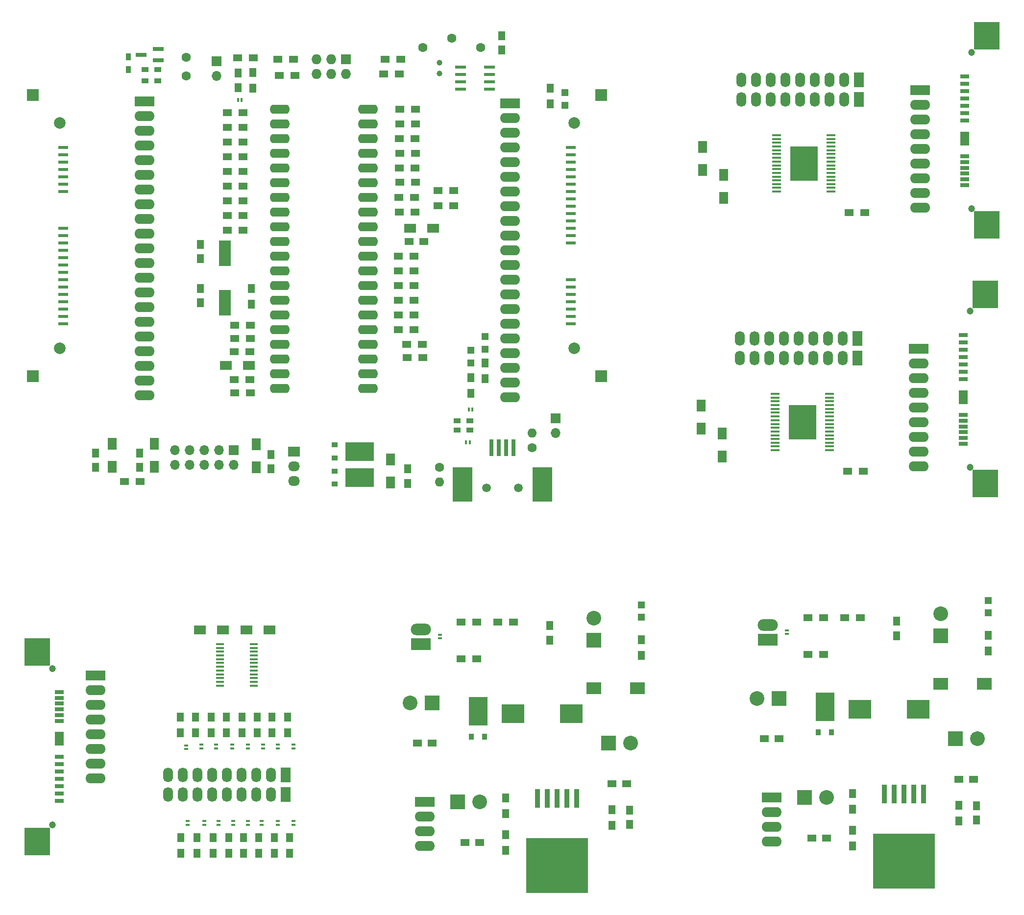
<source format=gbr>
G04 #@! TF.FileFunction,Soldermask,Top*
%FSLAX46Y46*%
G04 Gerber Fmt 4.6, Leading zero omitted, Abs format (unit mm)*
G04 Created by KiCad (PCBNEW 4.0.6-e0-6349~53~ubuntu14.04.1) date Mon Feb  5 09:09:58 2018*
%MOMM*%
%LPD*%
G01*
G04 APERTURE LIST*
%ADD10C,0.100000*%
%ADD11R,1.200000X1.200000*%
%ADD12C,1.600000*%
%ADD13O,1.600000X1.600000*%
%ADD14R,1.250000X1.500000*%
%ADD15R,3.500000X1.727200*%
%ADD16O,3.500000X1.727200*%
%ADD17R,1.200000X0.900000*%
%ADD18R,2.000000X1.600000*%
%ADD19R,1.500000X1.250000*%
%ADD20R,1.600000X2.000000*%
%ADD21R,1.700000X1.700000*%
%ADD22O,1.700000X1.700000*%
%ADD23R,1.500000X1.300000*%
%ADD24R,1.300000X1.500000*%
%ADD25C,1.000000*%
%ADD26C,1.600200*%
%ADD27R,1.727200X1.727200*%
%ADD28O,1.727200X1.727200*%
%ADD29O,3.500000X1.600000*%
%ADD30R,0.325000X0.650000*%
%ADD31R,1.700000X0.600000*%
%ADD32C,2.000000*%
%ADD33R,2.000000X2.000000*%
%ADD34R,1.970000X0.600000*%
%ADD35R,2.032000X1.727200*%
%ADD36O,2.032000X1.727200*%
%ADD37R,1.000000X0.950000*%
%ADD38R,4.900000X3.200000*%
%ADD39R,0.900000X1.200000*%
%ADD40R,0.700000X3.000000*%
%ADD41R,3.400000X6.040000*%
%ADD42C,1.500000*%
%ADD43R,1.900000X0.800000*%
%ADD44R,2.000000X4.500000*%
%ADD45R,1.500000X2.400000*%
%ADD46R,1.500000X0.700000*%
%ADD47C,1.200000*%
%ADD48R,4.500000X4.850000*%
%ADD49R,1.600200X0.431800*%
%ADD50R,4.800600X5.892800*%
%ADD51R,3.500000X1.725000*%
%ADD52O,3.500000X1.725000*%
%ADD53R,1.725000X2.540000*%
%ADD54O,1.725000X2.540000*%
%ADD55R,1.473200X0.355600*%
%ADD56R,0.650000X0.325000*%
%ADD57R,3.500000X2.032000*%
%ADD58O,3.500000X2.032000*%
%ADD59R,0.950000X1.000000*%
%ADD60R,3.200000X4.900000*%
%ADD61R,2.540000X2.540000*%
%ADD62C,2.540000*%
%ADD63R,1.198880X1.198880*%
%ADD64R,2.540000X2.000000*%
%ADD65R,0.900000X3.300000*%
%ADD66R,10.700000X9.600000*%
%ADD67R,5.000000X3.000000*%
%ADD68R,4.000000X3.330000*%
G04 APERTURE END LIST*
D10*
D11*
X102489000Y-79078000D03*
X102489000Y-76878000D03*
D12*
X94640400Y-99517200D03*
D13*
X94640400Y-102057200D03*
D14*
X35179000Y-97048000D03*
X35179000Y-99548000D03*
D15*
X43662600Y-36233100D03*
D16*
X43662600Y-38773100D03*
X43662600Y-41313100D03*
X43662600Y-43853100D03*
X43662600Y-46393100D03*
X43662600Y-48933100D03*
X43662600Y-51473100D03*
X43662600Y-54013100D03*
X43662600Y-56553100D03*
X43662600Y-59093100D03*
X43662600Y-61633100D03*
X43662600Y-64173100D03*
X43662600Y-66713100D03*
X43662600Y-69253100D03*
X43662600Y-71793100D03*
X43662600Y-74333100D03*
X43662600Y-76873100D03*
X43662600Y-79413100D03*
X43662600Y-81953100D03*
X43662600Y-84493100D03*
X43662600Y-87033100D03*
D17*
X97706000Y-91503500D03*
X99906000Y-91503500D03*
D18*
X89567000Y-58166000D03*
X93567000Y-58166000D03*
D19*
X89428000Y-60452000D03*
X91928000Y-60452000D03*
D14*
X89103200Y-99791200D03*
X89103200Y-102291200D03*
X59817000Y-31389000D03*
X59817000Y-33889000D03*
D18*
X57690000Y-81889600D03*
X61690000Y-81889600D03*
D20*
X45339000Y-95409000D03*
X45339000Y-99409000D03*
D14*
X42799000Y-97048000D03*
X42799000Y-99548000D03*
D20*
X38100000Y-95409000D03*
X38100000Y-99409000D03*
X62992000Y-95536000D03*
X62992000Y-99536000D03*
D14*
X65532000Y-97302000D03*
X65532000Y-99802000D03*
X105410000Y-27386600D03*
X105410000Y-24886600D03*
D21*
X56134000Y-29337000D03*
D22*
X56134000Y-31877000D03*
D21*
X114681000Y-91059000D03*
D22*
X114681000Y-93599000D03*
D17*
X97706000Y-93091000D03*
X99906000Y-93091000D03*
D23*
X87964000Y-28956000D03*
X85264000Y-28956000D03*
X62437000Y-28702000D03*
X59737000Y-28702000D03*
D24*
X62357000Y-33989000D03*
X62357000Y-31289000D03*
D23*
X66976000Y-31750000D03*
X69676000Y-31750000D03*
X87710000Y-31496000D03*
X85010000Y-31496000D03*
X66722000Y-28956000D03*
X69422000Y-28956000D03*
D24*
X62103000Y-68627000D03*
X62103000Y-71327000D03*
D25*
X94615000Y-29540200D03*
X94615000Y-31440200D03*
D12*
X110617000Y-96139000D03*
D13*
X110617000Y-93599000D03*
D14*
X53340000Y-60980000D03*
X53340000Y-63480000D03*
X53340000Y-71100000D03*
X53340000Y-68600000D03*
D11*
X116332000Y-36914000D03*
X116332000Y-34714000D03*
D24*
X113792000Y-33956000D03*
X113792000Y-36656000D03*
X102489000Y-84154000D03*
X102489000Y-81454000D03*
D26*
X50825400Y-31826200D03*
X50825400Y-28651200D03*
D27*
X78486000Y-28956000D03*
D28*
X78486000Y-31496000D03*
X75946000Y-28956000D03*
X75946000Y-31496000D03*
X73406000Y-28956000D03*
X73406000Y-31496000D03*
D23*
X40179000Y-101981000D03*
X42879000Y-101981000D03*
D29*
X67056000Y-37592000D03*
X67056000Y-40132000D03*
X67056000Y-42672000D03*
X67056000Y-45212000D03*
X67056000Y-47752000D03*
X67056000Y-50292000D03*
X67056000Y-52832000D03*
X67056000Y-55372000D03*
X67056000Y-57912000D03*
X67056000Y-60452000D03*
X67056000Y-62992000D03*
X67056000Y-65532000D03*
X67056000Y-68072000D03*
X67056000Y-70612000D03*
X67056000Y-73152000D03*
X67056000Y-75692000D03*
X67056000Y-78232000D03*
X67056000Y-80772000D03*
X67056000Y-83312000D03*
X67056000Y-85852000D03*
X82296000Y-85852000D03*
X82296000Y-83312000D03*
X82296000Y-80772000D03*
X82296000Y-78232000D03*
X82296000Y-75692000D03*
X82296000Y-73152000D03*
X82296000Y-70612000D03*
X82296000Y-68072000D03*
X82296000Y-65532000D03*
X82296000Y-62992000D03*
X82296000Y-60452000D03*
X82296000Y-57912000D03*
X82296000Y-55372000D03*
X82296000Y-52832000D03*
X82296000Y-50292000D03*
X82296000Y-47752000D03*
X82296000Y-45212000D03*
X82296000Y-42672000D03*
X82296000Y-40132000D03*
X82296000Y-37592000D03*
D30*
X99893000Y-95186500D03*
X99243000Y-95186500D03*
X99687500Y-89535000D03*
X100337500Y-89535000D03*
X60472200Y-36017200D03*
X59822200Y-36017200D03*
D31*
X117348000Y-74676000D03*
X117348000Y-73406000D03*
X117348000Y-72136000D03*
X117348000Y-70866000D03*
X117348000Y-69596000D03*
X117348000Y-68326000D03*
X117348000Y-67056000D03*
X117348000Y-60706000D03*
X117348000Y-59436000D03*
X117348000Y-58166000D03*
X117348000Y-56896000D03*
X117348000Y-55626000D03*
X117348000Y-54356000D03*
X117348000Y-53086000D03*
X117348000Y-51816000D03*
X117348000Y-50546000D03*
X117348000Y-49276000D03*
X117348000Y-48006000D03*
X117348000Y-46736000D03*
X117348000Y-45466000D03*
X117348000Y-44196000D03*
D32*
X117898000Y-39966000D03*
X117898000Y-78906000D03*
D33*
X122548000Y-35136000D03*
X122548000Y-83736000D03*
D31*
X29591000Y-44196000D03*
X29591000Y-45466000D03*
X29591000Y-46736000D03*
X29591000Y-48006000D03*
X29591000Y-49276000D03*
X29591000Y-50546000D03*
X29591000Y-51816000D03*
X29591000Y-58166000D03*
X29591000Y-59436000D03*
X29591000Y-60706000D03*
X29591000Y-61976000D03*
X29591000Y-63246000D03*
X29591000Y-64516000D03*
X29591000Y-65786000D03*
X29591000Y-67056000D03*
X29591000Y-68326000D03*
X29591000Y-69596000D03*
X29591000Y-70866000D03*
X29591000Y-72136000D03*
X29591000Y-73406000D03*
X29591000Y-74676000D03*
D32*
X29041000Y-78906000D03*
X29041000Y-39966000D03*
D33*
X24391000Y-83736000D03*
X24391000Y-35136000D03*
D15*
X106807000Y-36576000D03*
D16*
X106807000Y-39116000D03*
X106807000Y-41656000D03*
X106807000Y-44196000D03*
X106807000Y-46736000D03*
X106807000Y-49276000D03*
X106807000Y-51816000D03*
X106807000Y-54356000D03*
X106807000Y-56896000D03*
X106807000Y-59436000D03*
X106807000Y-61976000D03*
X106807000Y-64516000D03*
X106807000Y-67056000D03*
X106807000Y-69596000D03*
X106807000Y-72136000D03*
X106807000Y-74676000D03*
X106807000Y-77216000D03*
X106807000Y-79756000D03*
X106807000Y-82296000D03*
X106807000Y-84836000D03*
X106807000Y-87376000D03*
D34*
X98312200Y-30302200D03*
X98312200Y-31572200D03*
X98312200Y-32842200D03*
X98312200Y-34112200D03*
X103262200Y-34112200D03*
X103262200Y-32842200D03*
X103262200Y-31572200D03*
X103262200Y-30302200D03*
D35*
X69469000Y-96774000D03*
D36*
X69469000Y-99314000D03*
X69469000Y-101854000D03*
D37*
X76509500Y-95661500D03*
X76509500Y-97911500D03*
D38*
X80859500Y-96786500D03*
D37*
X76509500Y-100170000D03*
X76509500Y-102420000D03*
D38*
X80859500Y-101295000D03*
D20*
X86207600Y-98177600D03*
X86207600Y-102177600D03*
D21*
X59080400Y-96570800D03*
D22*
X59080400Y-99110800D03*
X56540400Y-96570800D03*
X56540400Y-99110800D03*
X54000400Y-96570800D03*
X54000400Y-99110800D03*
X51460400Y-96570800D03*
X51460400Y-99110800D03*
X48920400Y-96570800D03*
X48920400Y-99110800D03*
D17*
X45981800Y-32689800D03*
X43781800Y-32689800D03*
X45981800Y-30759400D03*
X43781800Y-30759400D03*
D39*
X40843200Y-30741800D03*
X40843200Y-28541800D03*
D12*
X96748600Y-25336600D03*
X101748600Y-26936600D03*
X91748600Y-26936600D03*
D23*
X57959000Y-53467000D03*
X60659000Y-53467000D03*
X57959000Y-56007000D03*
X60659000Y-56007000D03*
X57959000Y-58547000D03*
X60659000Y-58547000D03*
X60659000Y-38227000D03*
X57959000Y-38227000D03*
X60659000Y-40767000D03*
X57959000Y-40767000D03*
X60659000Y-43307000D03*
X57959000Y-43307000D03*
X60659000Y-45847000D03*
X57959000Y-45847000D03*
X60659000Y-48387000D03*
X57959000Y-48387000D03*
X60659000Y-50927000D03*
X57959000Y-50927000D03*
X87702400Y-55372000D03*
X90402400Y-55372000D03*
X87651600Y-52832000D03*
X90351600Y-52832000D03*
X87753200Y-50241200D03*
X90453200Y-50241200D03*
X87702400Y-47752000D03*
X90402400Y-47752000D03*
X87753200Y-45212000D03*
X90453200Y-45212000D03*
X87702400Y-42672000D03*
X90402400Y-42672000D03*
X87753200Y-40132000D03*
X90453200Y-40132000D03*
X87753200Y-37592000D03*
X90453200Y-37592000D03*
X59254400Y-74980800D03*
X61954400Y-74980800D03*
X59254400Y-77216000D03*
X61954400Y-77216000D03*
X59203600Y-79552800D03*
X61903600Y-79552800D03*
X90250000Y-75692000D03*
X87550000Y-75692000D03*
X90250000Y-73152000D03*
X87550000Y-73152000D03*
X59203600Y-84378800D03*
X61903600Y-84378800D03*
X59254400Y-86614000D03*
X61954400Y-86614000D03*
X91723200Y-80518000D03*
X89023200Y-80518000D03*
X91672400Y-78282800D03*
X88972400Y-78282800D03*
X90199200Y-70612000D03*
X87499200Y-70612000D03*
X90250000Y-68072000D03*
X87550000Y-68072000D03*
X90250000Y-65532000D03*
X87550000Y-65532000D03*
X90250000Y-62992000D03*
X87550000Y-62992000D03*
X97108000Y-54305200D03*
X94408000Y-54305200D03*
X97108000Y-51714400D03*
X94408000Y-51714400D03*
D11*
X100076000Y-81491000D03*
X100076000Y-79291000D03*
D24*
X100076000Y-86694000D03*
X100076000Y-83994000D03*
D40*
X107381600Y-96088200D03*
X106131600Y-96088200D03*
X104891600Y-96088200D03*
X103641600Y-96088200D03*
D41*
X112431600Y-102508200D03*
X98591600Y-102508200D03*
D42*
X108261600Y-103088200D03*
X102761600Y-103088200D03*
D43*
X46077000Y-29144000D03*
X46077000Y-27244000D03*
X43077000Y-28194000D03*
D44*
X57531000Y-71052000D03*
X57531000Y-62552000D03*
D45*
X185420000Y-42672000D03*
D46*
X185420000Y-33182000D03*
X185420000Y-34452000D03*
X185420000Y-31912000D03*
X185420000Y-35722000D03*
X185420000Y-36992000D03*
X185420000Y-38262000D03*
X185420000Y-39532000D03*
X185420000Y-45742000D03*
X185420000Y-46742000D03*
X185420000Y-47742000D03*
X185420000Y-48742000D03*
X185420000Y-49742000D03*
X185420000Y-50742000D03*
D47*
X186620000Y-27792000D03*
X186620000Y-54792000D03*
D48*
X189220000Y-24942000D03*
X189220000Y-57642000D03*
D49*
X152908000Y-42113200D03*
X152908000Y-42773600D03*
X152908000Y-43408600D03*
X152908000Y-44069000D03*
X152908000Y-44704000D03*
X152908000Y-45364400D03*
X152908000Y-46024800D03*
X152908000Y-46659800D03*
X152908000Y-47320200D03*
X152908000Y-47955200D03*
X152908000Y-48615600D03*
X152908000Y-49276000D03*
X152908000Y-49911000D03*
X152908000Y-50571400D03*
X152908000Y-51206400D03*
X152908000Y-51866800D03*
X162306000Y-51866800D03*
X162306000Y-51206400D03*
X162306000Y-50571400D03*
X162306000Y-49911000D03*
X162306000Y-49276000D03*
X162306000Y-48615600D03*
X162306000Y-47955200D03*
X162306000Y-47320200D03*
X162306000Y-46659800D03*
X162306000Y-46024800D03*
X162306000Y-45364400D03*
X162306000Y-44704000D03*
X162306000Y-44069000D03*
X162306000Y-43408600D03*
X162306000Y-42773600D03*
X162306000Y-42113200D03*
D50*
X157607000Y-46990000D03*
D20*
X140081000Y-44101000D03*
X140081000Y-48101000D03*
D23*
X168101000Y-55499000D03*
X165401000Y-55499000D03*
D20*
X143764000Y-48927000D03*
X143764000Y-52927000D03*
D51*
X177673000Y-34290000D03*
D52*
X177673000Y-36830000D03*
X177673000Y-39370000D03*
X177673000Y-41910000D03*
X177673000Y-44450000D03*
X177673000Y-46990000D03*
X177673000Y-49530000D03*
X177673000Y-52070000D03*
X177673000Y-54610000D03*
D53*
X167132000Y-35941000D03*
D54*
X164592000Y-35941000D03*
X162052000Y-35941000D03*
X159512000Y-35941000D03*
X156972000Y-35941000D03*
X154432000Y-35941000D03*
X151892000Y-35941000D03*
X149352000Y-35941000D03*
X146812000Y-35941000D03*
D53*
X167132000Y-32512000D03*
D54*
X164592000Y-32512000D03*
X162052000Y-32512000D03*
X159512000Y-32512000D03*
X156972000Y-32512000D03*
X154432000Y-32512000D03*
X151892000Y-32512000D03*
X149352000Y-32512000D03*
X146812000Y-32512000D03*
D45*
X185166000Y-87376000D03*
D46*
X185166000Y-77886000D03*
X185166000Y-79156000D03*
X185166000Y-76616000D03*
X185166000Y-80426000D03*
X185166000Y-81696000D03*
X185166000Y-82966000D03*
X185166000Y-84236000D03*
X185166000Y-90446000D03*
X185166000Y-91446000D03*
X185166000Y-92446000D03*
X185166000Y-93446000D03*
X185166000Y-94446000D03*
X185166000Y-95446000D03*
D47*
X186366000Y-72496000D03*
X186366000Y-99496000D03*
D48*
X188966000Y-69646000D03*
X188966000Y-102346000D03*
D49*
X152654000Y-86817200D03*
X152654000Y-87477600D03*
X152654000Y-88112600D03*
X152654000Y-88773000D03*
X152654000Y-89408000D03*
X152654000Y-90068400D03*
X152654000Y-90728800D03*
X152654000Y-91363800D03*
X152654000Y-92024200D03*
X152654000Y-92659200D03*
X152654000Y-93319600D03*
X152654000Y-93980000D03*
X152654000Y-94615000D03*
X152654000Y-95275400D03*
X152654000Y-95910400D03*
X152654000Y-96570800D03*
X162052000Y-96570800D03*
X162052000Y-95910400D03*
X162052000Y-95275400D03*
X162052000Y-94615000D03*
X162052000Y-93980000D03*
X162052000Y-93319600D03*
X162052000Y-92659200D03*
X162052000Y-92024200D03*
X162052000Y-91363800D03*
X162052000Y-90728800D03*
X162052000Y-90068400D03*
X162052000Y-89408000D03*
X162052000Y-88773000D03*
X162052000Y-88112600D03*
X162052000Y-87477600D03*
X162052000Y-86817200D03*
D50*
X157353000Y-91694000D03*
D20*
X139827000Y-88805000D03*
X139827000Y-92805000D03*
D23*
X167847000Y-100203000D03*
X165147000Y-100203000D03*
D20*
X143510000Y-93631000D03*
X143510000Y-97631000D03*
D51*
X177419000Y-78994000D03*
D52*
X177419000Y-81534000D03*
X177419000Y-84074000D03*
X177419000Y-86614000D03*
X177419000Y-89154000D03*
X177419000Y-91694000D03*
X177419000Y-94234000D03*
X177419000Y-96774000D03*
X177419000Y-99314000D03*
D53*
X166878000Y-80645000D03*
D54*
X164338000Y-80645000D03*
X161798000Y-80645000D03*
X159258000Y-80645000D03*
X156718000Y-80645000D03*
X154178000Y-80645000D03*
X151638000Y-80645000D03*
X149098000Y-80645000D03*
X146558000Y-80645000D03*
D53*
X166878000Y-77216000D03*
D54*
X164338000Y-77216000D03*
X161798000Y-77216000D03*
X159258000Y-77216000D03*
X156718000Y-77216000D03*
X154178000Y-77216000D03*
X151638000Y-77216000D03*
X149098000Y-77216000D03*
X146558000Y-77216000D03*
D18*
X53245000Y-127635000D03*
X57245000Y-127635000D03*
D24*
X58229500Y-163559500D03*
X58229500Y-166259500D03*
X52768500Y-163559500D03*
X52768500Y-166259500D03*
X49847500Y-145431500D03*
X49847500Y-142731500D03*
X55181500Y-145431500D03*
X55181500Y-142731500D03*
X60515500Y-145431500D03*
X60515500Y-142731500D03*
X65722500Y-145431500D03*
X65722500Y-142731500D03*
X68770500Y-163559500D03*
X68770500Y-166259500D03*
X63436500Y-163559500D03*
X63436500Y-166259500D03*
X55562500Y-163559500D03*
X55562500Y-166259500D03*
X49974500Y-163559500D03*
X49974500Y-166259500D03*
X52514500Y-145431500D03*
X52514500Y-142731500D03*
X57848500Y-145431500D03*
X57848500Y-142731500D03*
X63182500Y-145431500D03*
X63182500Y-142731500D03*
X68389500Y-145431500D03*
X68389500Y-142731500D03*
X66103500Y-163559500D03*
X66103500Y-166259500D03*
X60769500Y-163559500D03*
X60769500Y-166259500D03*
D55*
X56705500Y-130086100D03*
X56705500Y-130746500D03*
X56705500Y-131381500D03*
X56705500Y-132041900D03*
X56705500Y-132702300D03*
X56705500Y-133337300D03*
X56705500Y-133997700D03*
X56705500Y-134632700D03*
X56705500Y-135293100D03*
X56705500Y-135953500D03*
X56705500Y-136588500D03*
X56705500Y-137248900D03*
X62547500Y-137248900D03*
X62547500Y-136588500D03*
X62547500Y-135953500D03*
X62547500Y-135293100D03*
X62547500Y-134632700D03*
X62547500Y-133997700D03*
X62547500Y-133337300D03*
X62547500Y-132702300D03*
X62547500Y-132041900D03*
X62547500Y-131381500D03*
X62547500Y-130746500D03*
X62547500Y-130086100D03*
D56*
X50863500Y-147566500D03*
X50863500Y-148216500D03*
X53530500Y-147439500D03*
X53530500Y-148089500D03*
X56070500Y-147439500D03*
X56070500Y-148089500D03*
X58864500Y-147439500D03*
X58864500Y-148089500D03*
X61531500Y-147439500D03*
X61531500Y-148089500D03*
X64198500Y-147439500D03*
X64198500Y-148089500D03*
X66738500Y-147439500D03*
X66738500Y-148089500D03*
X69405500Y-147439500D03*
X69405500Y-148089500D03*
X58991500Y-161297500D03*
X58991500Y-160647500D03*
X56451500Y-161297500D03*
X56451500Y-160647500D03*
X54038500Y-161297500D03*
X54038500Y-160647500D03*
X51117500Y-161297500D03*
X51117500Y-160647500D03*
X69405500Y-161297500D03*
X69405500Y-160647500D03*
X66738500Y-161297500D03*
X66738500Y-160647500D03*
X63944500Y-161297500D03*
X63944500Y-160647500D03*
X61531500Y-161297500D03*
X61531500Y-160647500D03*
D18*
X65246000Y-127635000D03*
X61246000Y-127635000D03*
D45*
X28956000Y-146431000D03*
D46*
X28956000Y-155921000D03*
X28956000Y-154651000D03*
X28956000Y-157191000D03*
X28956000Y-153381000D03*
X28956000Y-152111000D03*
X28956000Y-150841000D03*
X28956000Y-149571000D03*
X28956000Y-143361000D03*
X28956000Y-142361000D03*
X28956000Y-141361000D03*
X28956000Y-140361000D03*
X28956000Y-139361000D03*
X28956000Y-138361000D03*
D47*
X27756000Y-161311000D03*
X27756000Y-134311000D03*
D48*
X25156000Y-164161000D03*
X25156000Y-131461000D03*
D51*
X35179000Y-135509000D03*
D52*
X35179000Y-138049000D03*
X35179000Y-140589000D03*
X35179000Y-143129000D03*
X35179000Y-145669000D03*
X35179000Y-148209000D03*
X35179000Y-150749000D03*
X35179000Y-153289000D03*
D53*
X68072000Y-152654000D03*
D54*
X65532000Y-152654000D03*
X62992000Y-152654000D03*
X60452000Y-152654000D03*
X57912000Y-152654000D03*
X55372000Y-152654000D03*
X52832000Y-152654000D03*
X50292000Y-152654000D03*
X47752000Y-152654000D03*
D53*
X68072000Y-156083000D03*
D54*
X65532000Y-156083000D03*
X62992000Y-156083000D03*
X60452000Y-156083000D03*
X57912000Y-156083000D03*
X55372000Y-156083000D03*
X52832000Y-156083000D03*
X50292000Y-156083000D03*
X47752000Y-156083000D03*
D57*
X91440000Y-130048000D03*
D58*
X91440000Y-127508000D03*
D15*
X92075000Y-157353000D03*
D16*
X92075000Y-159893000D03*
X92075000Y-162433000D03*
X92075000Y-164973000D03*
D23*
X101045000Y-132588000D03*
X98345000Y-132588000D03*
D59*
X100170000Y-146058000D03*
X102420000Y-146058000D03*
D60*
X101295000Y-141708000D03*
D61*
X93345000Y-140208000D03*
D62*
X89545000Y-140208000D03*
D19*
X93325000Y-147193000D03*
X90825000Y-147193000D03*
D14*
X113665000Y-129393000D03*
X113665000Y-126893000D03*
D61*
X121285000Y-129413000D03*
D62*
X121285000Y-125613000D03*
D61*
X123825000Y-147193000D03*
D62*
X127625000Y-147193000D03*
D19*
X124480000Y-154178000D03*
X126980000Y-154178000D03*
D61*
X97790000Y-157353000D03*
D62*
X101590000Y-157353000D03*
D19*
X99080000Y-164338000D03*
X101580000Y-164338000D03*
D14*
X127508000Y-161270000D03*
X127508000Y-158770000D03*
D56*
X94742000Y-129103000D03*
X94742000Y-128453000D03*
D63*
X129540000Y-125382020D03*
X129540000Y-123283980D03*
D23*
X101045000Y-126238000D03*
X98345000Y-126238000D03*
D24*
X129540000Y-132033000D03*
X129540000Y-129333000D03*
D23*
X107395000Y-126238000D03*
X104695000Y-126238000D03*
D24*
X124460000Y-161370000D03*
X124460000Y-158670000D03*
X106045000Y-159338000D03*
X106045000Y-156638000D03*
X106045000Y-165688000D03*
X106045000Y-162988000D03*
D64*
X121345000Y-137668000D03*
X128845000Y-137668000D03*
D65*
X118335000Y-156718000D03*
D66*
X114935000Y-168334000D03*
D65*
X116635000Y-156718000D03*
X114935000Y-156718000D03*
X113235000Y-156718000D03*
X111535000Y-156718000D03*
D67*
X114835000Y-165018000D03*
D68*
X107345000Y-142113000D03*
X117445000Y-142113000D03*
D57*
X151384000Y-129286000D03*
D58*
X151384000Y-126746000D03*
D15*
X152019000Y-156591000D03*
D16*
X152019000Y-159131000D03*
X152019000Y-161671000D03*
X152019000Y-164211000D03*
D23*
X160989000Y-131826000D03*
X158289000Y-131826000D03*
D59*
X160114000Y-145296000D03*
X162364000Y-145296000D03*
D60*
X161239000Y-140946000D03*
D61*
X153289000Y-139446000D03*
D62*
X149489000Y-139446000D03*
D19*
X153269000Y-146431000D03*
X150769000Y-146431000D03*
D14*
X173609000Y-128631000D03*
X173609000Y-126131000D03*
D61*
X181229000Y-128651000D03*
D62*
X181229000Y-124851000D03*
D61*
X183769000Y-146431000D03*
D62*
X187569000Y-146431000D03*
D19*
X184424000Y-153416000D03*
X186924000Y-153416000D03*
D61*
X157734000Y-156591000D03*
D62*
X161534000Y-156591000D03*
D19*
X159024000Y-163576000D03*
X161524000Y-163576000D03*
D14*
X187452000Y-160508000D03*
X187452000Y-158008000D03*
D56*
X154686000Y-128341000D03*
X154686000Y-127691000D03*
D63*
X189484000Y-124620020D03*
X189484000Y-122521980D03*
D23*
X160989000Y-125476000D03*
X158289000Y-125476000D03*
D24*
X189484000Y-131271000D03*
X189484000Y-128571000D03*
D23*
X167339000Y-125476000D03*
X164639000Y-125476000D03*
D24*
X184404000Y-160608000D03*
X184404000Y-157908000D03*
X165989000Y-158576000D03*
X165989000Y-155876000D03*
X165989000Y-164926000D03*
X165989000Y-162226000D03*
D64*
X181289000Y-136906000D03*
X188789000Y-136906000D03*
D65*
X178279000Y-155956000D03*
D66*
X174879000Y-167572000D03*
D65*
X176579000Y-155956000D03*
X174879000Y-155956000D03*
X173179000Y-155956000D03*
X171479000Y-155956000D03*
D67*
X174779000Y-164256000D03*
D68*
X167289000Y-141351000D03*
X177389000Y-141351000D03*
M02*

</source>
